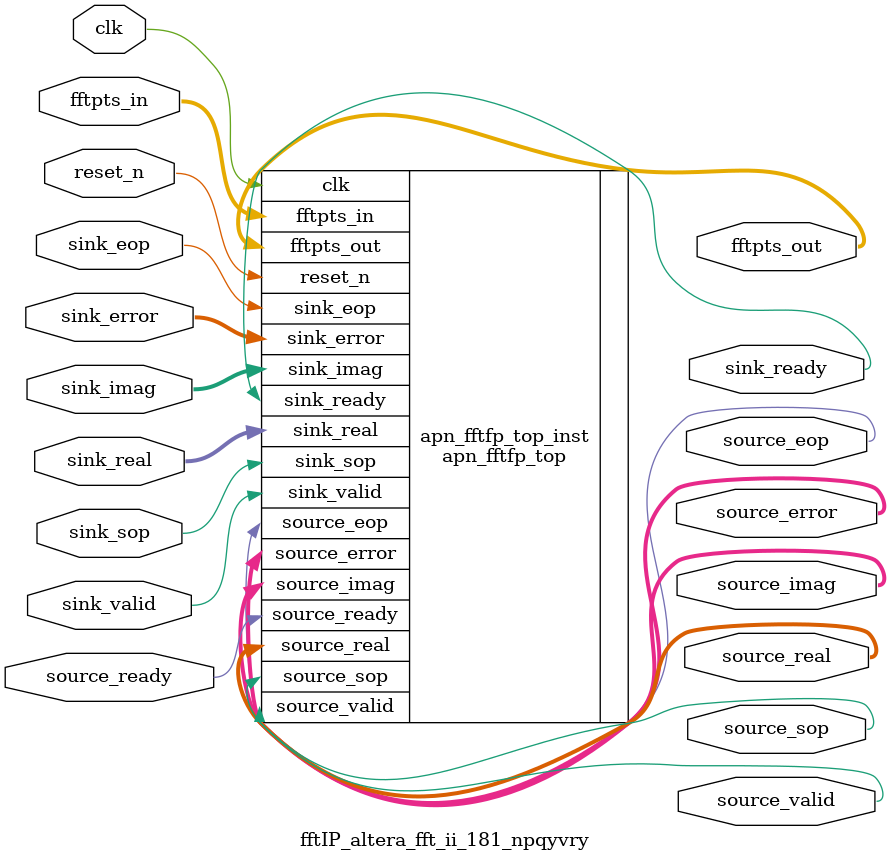
<source format=sv>



module fftIP_altera_fft_ii_181_npqyvry (
   input clk, 
   input reset_n,
	input [6 : 0] fftpts_in,
	input	sink_valid,
	input	sink_sop,
	input	sink_eop,
	input	logic [31 : 0] sink_real,
	input	logic [31 : 0] sink_imag,
	input	logic [1 : 0] sink_error,
	input	source_ready,
   output [6 : 0] fftpts_out,
	output sink_ready,
	output [1 : 0] source_error,
	output source_sop,
	output source_eop,
	output source_valid,
	output [31 : 0] source_real,
	output [31 : 0] source_imag
	);

	apn_fftfp_top #(
		.DEVICE_FAMILY_g("Stratix 10"),
		.MAX_FFTPTS_g(64),
		.NUM_STAGES_g(3),
		.DATAWIDTH_g(32),
		.TWIDWIDTH_g(32),
		.MAX_GROW_g (0),
		.TWIDROM_BASE_g("fftIP_altera_fft_ii_181_npqyvry_"),
		.DSP_ROUNDING_g(0),
		.INPUT_FORMAT_g("NATURAL_ORDER"),
		.OUTPUT_FORMAT_g("NATURAL_ORDER"),
		.REPRESENTATION_g("FLOATPT"),
		.DSP_ARCH_g(0),
        .PRUNE_g("3,2,0") 
	)
	apn_fftfp_top_inst (
		.clk(clk),
		.reset_n(reset_n),
		.fftpts_in(fftpts_in),
		.fftpts_out(fftpts_out),
		.sink_valid(sink_valid),
		.sink_sop(sink_sop),
		.sink_eop(sink_eop),
		.sink_real(sink_real),
		.sink_imag(sink_imag),
		.sink_ready(sink_ready),
		.sink_error(sink_error),
		.source_error(source_error),
		.source_ready(source_ready),
		.source_sop(source_sop),
		.source_eop(source_eop),
		.source_valid(source_valid),
		.source_real(source_real),
		.source_imag(source_imag)
	);
endmodule


</source>
